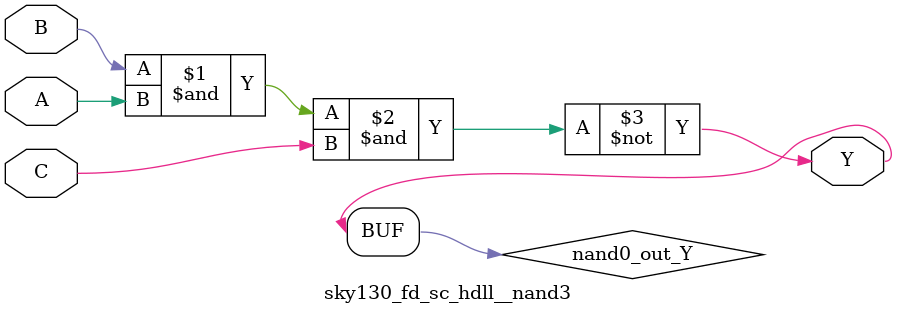
<source format=v>
/*
 * Copyright 2020 The SkyWater PDK Authors
 *
 * Licensed under the Apache License, Version 2.0 (the "License");
 * you may not use this file except in compliance with the License.
 * You may obtain a copy of the License at
 *
 *     https://www.apache.org/licenses/LICENSE-2.0
 *
 * Unless required by applicable law or agreed to in writing, software
 * distributed under the License is distributed on an "AS IS" BASIS,
 * WITHOUT WARRANTIES OR CONDITIONS OF ANY KIND, either express or implied.
 * See the License for the specific language governing permissions and
 * limitations under the License.
 *
 * SPDX-License-Identifier: Apache-2.0
*/


`ifndef SKY130_FD_SC_HDLL__NAND3_FUNCTIONAL_V
`define SKY130_FD_SC_HDLL__NAND3_FUNCTIONAL_V

/**
 * nand3: 3-input NAND.
 *
 * Verilog simulation functional model.
 */

`timescale 1ns / 1ps
`default_nettype none

`celldefine
module sky130_fd_sc_hdll__nand3 (
    Y,
    A,
    B,
    C
);

    // Module ports
    output Y;
    input  A;
    input  B;
    input  C;

    // Local signals
    wire nand0_out_Y;

    //   Name   Output       Other arguments
    nand nand0 (nand0_out_Y, B, A, C        );
    buf  buf0  (Y          , nand0_out_Y    );

endmodule
`endcelldefine

`default_nettype wire
`endif  // SKY130_FD_SC_HDLL__NAND3_FUNCTIONAL_V
</source>
